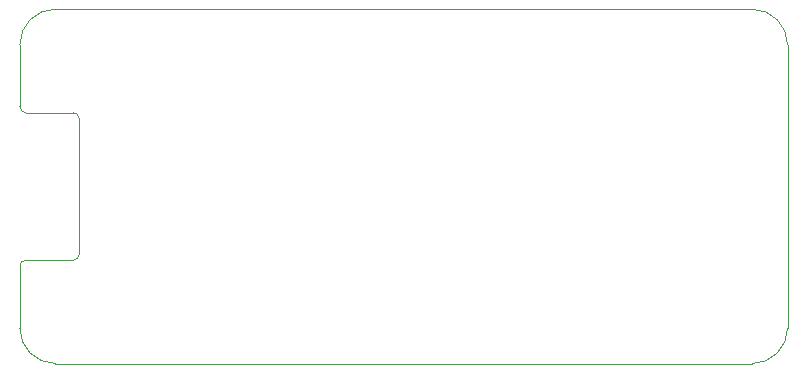
<source format=gm1>
G04 #@! TF.GenerationSoftware,KiCad,Pcbnew,(5.1.9)-1*
G04 #@! TF.CreationDate,2021-04-04T16:08:07-04:00*
G04 #@! TF.ProjectId,pi_zero_video_modulator,70695f7a-6572-46f5-9f76-6964656f5f6d,rev?*
G04 #@! TF.SameCoordinates,Original*
G04 #@! TF.FileFunction,Profile,NP*
%FSLAX46Y46*%
G04 Gerber Fmt 4.6, Leading zero omitted, Abs format (unit mm)*
G04 Created by KiCad (PCBNEW (5.1.9)-1) date 2021-04-04 16:08:07*
%MOMM*%
%LPD*%
G01*
G04 APERTURE LIST*
G04 #@! TA.AperFunction,Profile*
%ADD10C,0.100000*%
G04 #@! TD*
G04 APERTURE END LIST*
D10*
X17526000Y-45250000D02*
G75*
G02*
X17026000Y-45750000I-500000J0D01*
G01*
X17026000Y-33250000D02*
G75*
G02*
X17526000Y-33750000I0J-500000D01*
G01*
X13000000Y-45750000D02*
G75*
G03*
X12500000Y-46250000I0J-500000D01*
G01*
X13000000Y-33250000D02*
G75*
G02*
X12500000Y-32750000I0J500000D01*
G01*
X12500000Y-46250000D02*
X12500000Y-51500000D01*
X17026000Y-45750000D02*
X13000000Y-45750000D01*
X12500000Y-27500000D02*
X12500000Y-32750000D01*
X17026000Y-33250000D02*
X13000000Y-33250000D01*
X17526000Y-45250000D02*
X17526000Y-33750000D01*
X15500000Y-24500000D02*
G75*
G03*
X12500000Y-27500000I0J-3000000D01*
G01*
X15500000Y-24500000D02*
X74500000Y-24500000D01*
X77500000Y-27500000D02*
G75*
G03*
X74500000Y-24500000I-3000000J0D01*
G01*
X74500000Y-54500000D02*
G75*
G03*
X77500000Y-51500000I0J3000000D01*
G01*
X12500000Y-51500000D02*
G75*
G03*
X15500000Y-54500000I3000000J0D01*
G01*
X15500000Y-54500000D02*
X74500000Y-54500000D01*
X77500000Y-27500000D02*
X77500000Y-51500000D01*
M02*

</source>
